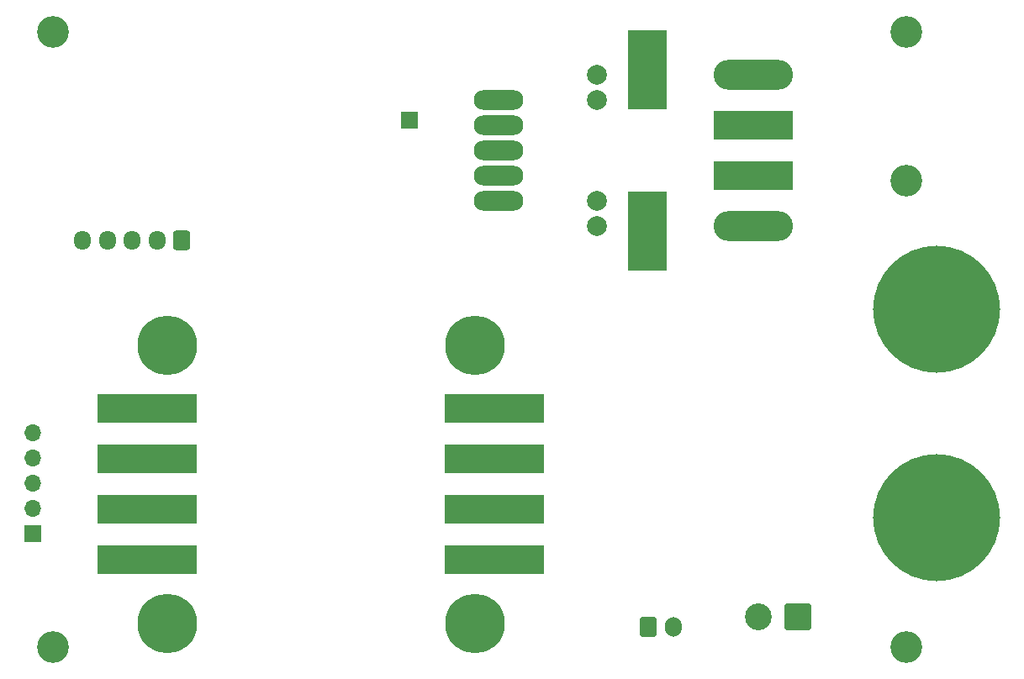
<source format=gbr>
%TF.GenerationSoftware,KiCad,Pcbnew,6.0.1-79c1e3a40b~116~ubuntu20.04.1*%
%TF.CreationDate,2022-11-30T14:03:44+09:00*%
%TF.ProjectId,Voltage-sensor-mother-board,566f6c74-6167-4652-9d73-656e736f722d,3.0*%
%TF.SameCoordinates,Original*%
%TF.FileFunction,Soldermask,Bot*%
%TF.FilePolarity,Negative*%
%FSLAX46Y46*%
G04 Gerber Fmt 4.6, Leading zero omitted, Abs format (unit mm)*
G04 Created by KiCad (PCBNEW 6.0.1-79c1e3a40b~116~ubuntu20.04.1) date 2022-11-30 14:03:44*
%MOMM*%
%LPD*%
G01*
G04 APERTURE LIST*
G04 Aperture macros list*
%AMRoundRect*
0 Rectangle with rounded corners*
0 $1 Rounding radius*
0 $2 $3 $4 $5 $6 $7 $8 $9 X,Y pos of 4 corners*
0 Add a 4 corners polygon primitive as box body*
4,1,4,$2,$3,$4,$5,$6,$7,$8,$9,$2,$3,0*
0 Add four circle primitives for the rounded corners*
1,1,$1+$1,$2,$3*
1,1,$1+$1,$4,$5*
1,1,$1+$1,$6,$7*
1,1,$1+$1,$8,$9*
0 Add four rect primitives between the rounded corners*
20,1,$1+$1,$2,$3,$4,$5,0*
20,1,$1+$1,$4,$5,$6,$7,0*
20,1,$1+$1,$6,$7,$8,$9,0*
20,1,$1+$1,$8,$9,$2,$3,0*%
G04 Aperture macros list end*
%ADD10C,3.200000*%
%ADD11R,1.700000X1.700000*%
%ADD12O,1.700000X1.700000*%
%ADD13C,2.000000*%
%ADD14O,5.000000X2.000000*%
%ADD15O,8.000000X3.000000*%
%ADD16R,4.000000X8.000000*%
%ADD17R,8.000000X3.000000*%
%ADD18RoundRect,0.250001X1.099999X1.099999X-1.099999X1.099999X-1.099999X-1.099999X1.099999X-1.099999X0*%
%ADD19C,2.700000*%
%ADD20C,6.000000*%
%ADD21R,10.000000X3.000000*%
%ADD22C,12.800000*%
%ADD23C,6.800000*%
%ADD24RoundRect,0.250000X-0.600000X-0.750000X0.600000X-0.750000X0.600000X0.750000X-0.600000X0.750000X0*%
%ADD25O,1.700000X2.000000*%
%ADD26RoundRect,0.250000X0.600000X0.725000X-0.600000X0.725000X-0.600000X-0.725000X0.600000X-0.725000X0*%
%ADD27O,1.700000X1.950000*%
G04 APERTURE END LIST*
D10*
%TO.C,H2*%
X140000000Y-54000000D03*
%TD*%
D11*
%TO.C,J6*%
X52000000Y-104620000D03*
D12*
X52000000Y-102080000D03*
X52000000Y-99540000D03*
X52000000Y-97000000D03*
X52000000Y-94460000D03*
%TD*%
D10*
%TO.C,H5*%
X140000000Y-69000000D03*
%TD*%
D13*
%TO.C,M1*%
X108825000Y-60920000D03*
X108825000Y-73620000D03*
X108825000Y-71080000D03*
X108825000Y-58380000D03*
D14*
X98935000Y-71080000D03*
X98935000Y-68540000D03*
X98935000Y-66000000D03*
X98935000Y-63460000D03*
X98935000Y-60920000D03*
D15*
X124525000Y-73620000D03*
D16*
X113905000Y-74112000D03*
D17*
X124525000Y-68540000D03*
X124525000Y-63460000D03*
D16*
X113905000Y-57888000D03*
D15*
X124525000Y-58380000D03*
%TD*%
D11*
%TO.C,J5*%
X89905000Y-62888000D03*
%TD*%
D18*
%TO.C,J3*%
X129000000Y-113000000D03*
D19*
X125040000Y-113000000D03*
%TD*%
D20*
%TO.C,U2*%
X96500000Y-85620000D03*
X65500000Y-113620000D03*
X96500000Y-113620000D03*
X65500000Y-85620000D03*
D21*
X63500000Y-107240000D03*
X63500000Y-102160000D03*
X63500000Y-97080000D03*
X63500000Y-92000000D03*
X98500000Y-107240000D03*
X98500000Y-102160000D03*
X98500000Y-97080000D03*
X98500000Y-92000000D03*
%TD*%
D22*
%TO.C,J2*%
X143000000Y-103000000D03*
D23*
X143000000Y-103000000D03*
%TD*%
D24*
%TO.C,J4*%
X114000000Y-114000000D03*
D25*
X116500000Y-114000000D03*
%TD*%
D10*
%TO.C,H1*%
X140000000Y-116000000D03*
%TD*%
D23*
%TO.C,J1*%
X143000000Y-82000000D03*
D22*
X143000000Y-82000000D03*
%TD*%
D10*
%TO.C,H4*%
X54000000Y-54000000D03*
%TD*%
%TO.C,H3*%
X54000000Y-116000000D03*
%TD*%
D26*
%TO.C,J7*%
X67000000Y-75000000D03*
D27*
X64500000Y-75000000D03*
X62000000Y-75000000D03*
X59500000Y-75000000D03*
X57000000Y-75000000D03*
%TD*%
M02*

</source>
